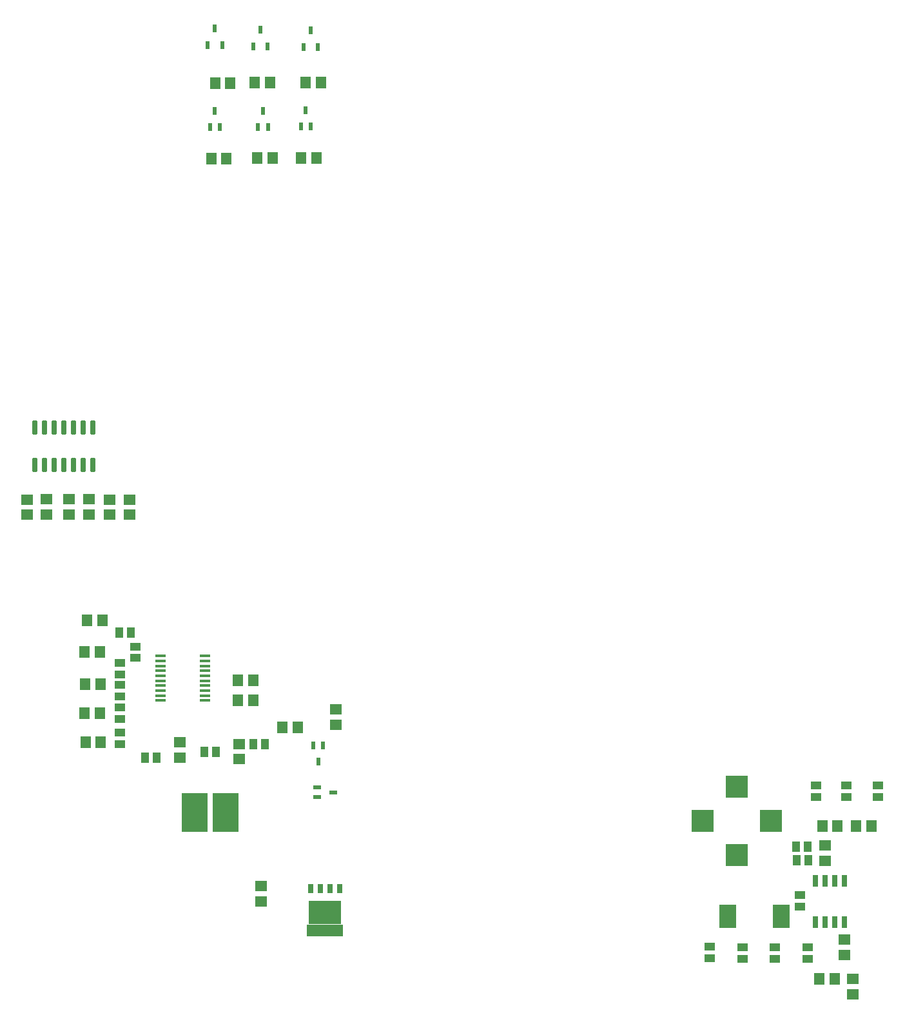
<source format=gtp>
G04*
G04 #@! TF.GenerationSoftware,Altium Limited,Altium Designer,22.10.1 (41)*
G04*
G04 Layer_Color=8421504*
%FSLAX44Y44*%
%MOMM*%
G71*
G04*
G04 #@! TF.SameCoordinates,AEC8B882-0F2C-4FBA-8872-4E3C41141EBA*
G04*
G04*
G04 #@! TF.FilePolarity,Positive*
G04*
G01*
G75*
%ADD14R,0.6000X1.0500*%
%ADD15R,0.5000X1.0500*%
%ADD16R,1.4000X1.5000*%
%ADD17R,1.5000X1.4000*%
%ADD18R,4.2000X3.1000*%
%ADD19R,4.7000X1.5000*%
%ADD20R,0.7000X1.1500*%
%ADD21R,1.0500X0.5000*%
%ADD22R,1.4000X1.1000*%
%ADD23R,2.2000X3.1000*%
%ADD24R,3.0000X3.0000*%
%ADD25R,3.0000X3.0000*%
%ADD26R,3.5000X5.1000*%
G04:AMPARAMS|DCode=27|XSize=1.9mm|YSize=0.6mm|CornerRadius=0.075mm|HoleSize=0mm|Usage=FLASHONLY|Rotation=270.000|XOffset=0mm|YOffset=0mm|HoleType=Round|Shape=RoundedRectangle|*
%AMROUNDEDRECTD27*
21,1,1.9000,0.4500,0,0,270.0*
21,1,1.7500,0.6000,0,0,270.0*
1,1,0.1500,-0.2250,-0.8750*
1,1,0.1500,-0.2250,0.8750*
1,1,0.1500,0.2250,0.8750*
1,1,0.1500,0.2250,-0.8750*
%
%ADD27ROUNDEDRECTD27*%
%ADD28R,0.6500X1.5250*%
%ADD29R,1.1000X1.4000*%
%ADD30R,1.4750X0.4500*%
D14*
X611530Y1558720D02*
D03*
X630530D02*
D03*
X621030Y1580720D02*
D03*
X671220Y1557450D02*
D03*
X690220D02*
D03*
X680720Y1579450D02*
D03*
X737260Y1556180D02*
D03*
X756260D02*
D03*
X746760Y1578180D02*
D03*
D15*
X684380Y1472610D02*
D03*
X690880Y1451610D02*
D03*
X677880D02*
D03*
X621030Y1472270D02*
D03*
X627530Y1451270D02*
D03*
X614530D02*
D03*
X740410Y1473540D02*
D03*
X746910Y1452540D02*
D03*
X733910D02*
D03*
X756920Y618150D02*
D03*
X750420Y639150D02*
D03*
X763420D02*
D03*
D16*
X616270Y1409700D02*
D03*
X636270D02*
D03*
X677070Y1410970D02*
D03*
X697070D02*
D03*
X734380D02*
D03*
X754380D02*
D03*
X693260Y1510030D02*
D03*
X673260D02*
D03*
X760410D02*
D03*
X740410D02*
D03*
X641350Y1508760D02*
D03*
X621350D02*
D03*
X449740Y762000D02*
D03*
X469740D02*
D03*
X453390Y803910D02*
D03*
X473390D02*
D03*
X729930Y662940D02*
D03*
X709930D02*
D03*
X671670Y698500D02*
D03*
X651670D02*
D03*
X1438910Y533400D02*
D03*
X1418910D02*
D03*
X1483360D02*
D03*
X1463360D02*
D03*
X1434940Y332740D02*
D03*
X1414940D02*
D03*
X651510Y725170D02*
D03*
X671510D02*
D03*
X450850Y720090D02*
D03*
X470850D02*
D03*
X449900Y681990D02*
D03*
X469900D02*
D03*
X451170Y643890D02*
D03*
X471170D02*
D03*
D17*
X429260Y942500D02*
D03*
Y962500D02*
D03*
X779780Y666910D02*
D03*
Y686910D02*
D03*
X1422400Y488000D02*
D03*
Y508000D02*
D03*
X575310Y623730D02*
D03*
X681990Y454500D02*
D03*
X652780Y621350D02*
D03*
Y641350D02*
D03*
X681990Y434500D02*
D03*
X1447800Y364490D02*
D03*
Y384490D02*
D03*
X1459230Y312740D02*
D03*
Y332740D02*
D03*
X575310Y643730D02*
D03*
X509270Y942340D02*
D03*
Y962340D02*
D03*
X482600D02*
D03*
Y942340D02*
D03*
X455930Y942660D02*
D03*
Y962660D02*
D03*
X400050Y962500D02*
D03*
Y942500D02*
D03*
X374650Y962340D02*
D03*
Y942340D02*
D03*
D18*
X765810Y419800D02*
D03*
D19*
Y396800D02*
D03*
D20*
X746760Y451550D02*
D03*
X759460D02*
D03*
X772160D02*
D03*
X784860D02*
D03*
D21*
X776310Y577850D02*
D03*
X755310Y571350D02*
D03*
Y584350D02*
D03*
D22*
X1410970Y571620D02*
D03*
Y586620D02*
D03*
X1270635Y360030D02*
D03*
Y375030D02*
D03*
X1389380Y443230D02*
D03*
Y428230D02*
D03*
X496570Y674610D02*
D03*
Y641590D02*
D03*
X1492250Y586740D02*
D03*
Y571740D02*
D03*
X1450340Y586620D02*
D03*
Y571620D02*
D03*
X1399540Y374410D02*
D03*
Y359410D02*
D03*
X1356360Y374650D02*
D03*
Y359650D02*
D03*
X1314450Y374650D02*
D03*
Y359650D02*
D03*
X516890Y769380D02*
D03*
Y754380D02*
D03*
X496570Y748030D02*
D03*
Y733030D02*
D03*
Y718820D02*
D03*
Y703820D02*
D03*
Y689610D02*
D03*
Y656590D02*
D03*
D23*
X1294690Y415290D02*
D03*
X1364690D02*
D03*
D24*
X1306830Y495300D02*
D03*
Y585300D02*
D03*
D25*
X1351830Y540300D02*
D03*
X1261830D02*
D03*
D26*
X594360Y551180D02*
D03*
X635460D02*
D03*
D27*
X461010Y1007540D02*
D03*
X448310D02*
D03*
X435610D02*
D03*
X422910D02*
D03*
X410210D02*
D03*
X397510D02*
D03*
X384810D02*
D03*
Y1056640D02*
D03*
X397510D02*
D03*
X410210D02*
D03*
X422910D02*
D03*
X435610D02*
D03*
X448310D02*
D03*
X461010D02*
D03*
D28*
X1409700Y407670D02*
D03*
X1422400D02*
D03*
X1435100D02*
D03*
X1447800D02*
D03*
Y461910D02*
D03*
X1435100D02*
D03*
X1422400D02*
D03*
X1409700D02*
D03*
D29*
X607180Y631190D02*
D03*
X622180D02*
D03*
X1400570Y488950D02*
D03*
X1385570D02*
D03*
X1399540Y506730D02*
D03*
X1384540D02*
D03*
X495540Y787400D02*
D03*
X510540D02*
D03*
X671830Y641350D02*
D03*
X686830D02*
D03*
X529710Y623570D02*
D03*
X544710D02*
D03*
D30*
X549740Y756960D02*
D03*
Y750460D02*
D03*
Y743960D02*
D03*
Y737460D02*
D03*
Y730960D02*
D03*
Y724460D02*
D03*
Y717960D02*
D03*
Y711460D02*
D03*
Y704960D02*
D03*
Y698460D02*
D03*
X608500D02*
D03*
Y704960D02*
D03*
Y711460D02*
D03*
Y717960D02*
D03*
Y724460D02*
D03*
Y730960D02*
D03*
Y737460D02*
D03*
Y743960D02*
D03*
Y750460D02*
D03*
Y756960D02*
D03*
M02*

</source>
